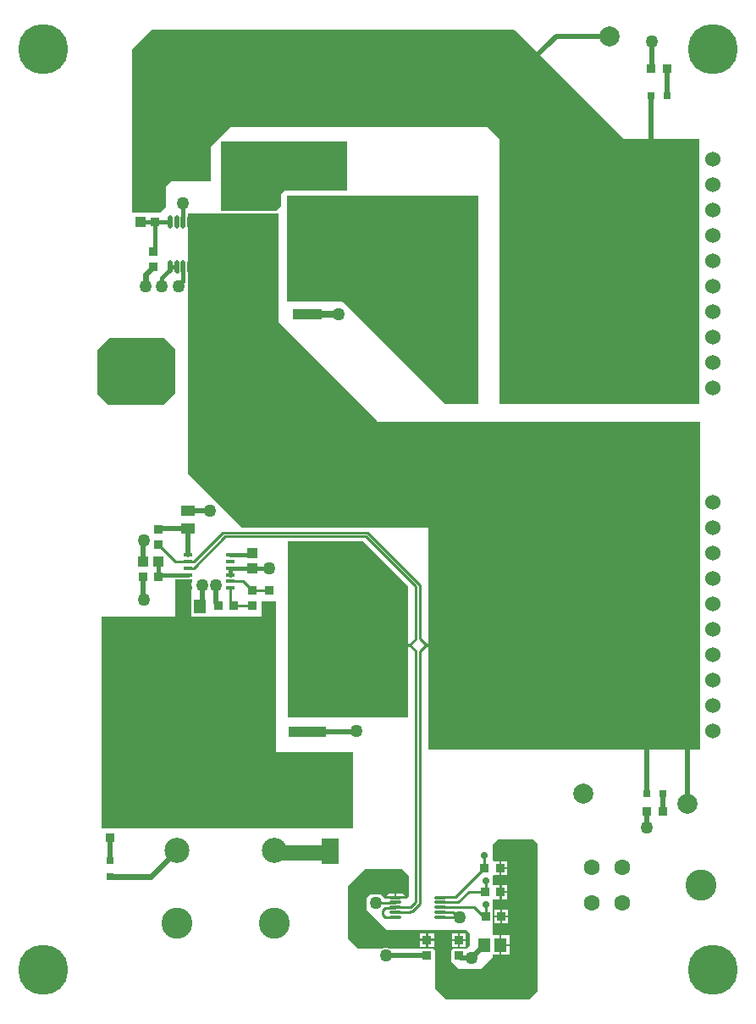
<source format=gtl>
G04*
G04 #@! TF.GenerationSoftware,Altium Limited,Altium Designer,18.1.11 (251)*
G04*
G04 Layer_Physical_Order=1*
G04 Layer_Color=255*
%FSLAX25Y25*%
%MOIN*%
G70*
G01*
G75*
%ADD11C,0.02362*%
%ADD12C,0.01000*%
%ADD17R,0.03543X0.03347*%
%ADD18R,0.04528X0.12795*%
%ADD19R,0.21654X0.16929*%
%ADD20R,0.03150X0.03150*%
%ADD21R,0.14961X0.04134*%
%ADD22R,0.35039X0.40748*%
%ADD23O,0.05315X0.01181*%
%ADD24R,0.03347X0.03543*%
%ADD25C,0.07874*%
%ADD26R,0.11811X0.03937*%
%ADD27R,0.25197X0.21850*%
%ADD28R,0.12402X0.09646*%
%ADD29R,0.06693X0.09843*%
%ADD30R,0.13386X0.07284*%
%ADD31O,0.01968X0.05315*%
%ADD32R,0.10039X0.09646*%
%ADD33R,0.05709X0.05118*%
%ADD34R,0.04134X0.03937*%
%ADD35R,0.03150X0.03150*%
%ADD36R,0.05118X0.05709*%
%ADD37O,0.03500X0.01654*%
%ADD38R,0.03937X0.04134*%
%ADD39R,0.05315X0.03937*%
%ADD71C,0.01772*%
%ADD72C,0.01575*%
%ADD73C,0.00600*%
%ADD74C,0.05906*%
%ADD75C,0.01968*%
%ADD76C,0.02756*%
%ADD77C,0.19685*%
%ADD78C,0.06000*%
%ADD79C,0.09843*%
%ADD80C,0.12205*%
%ADD81C,0.06299*%
%ADD82C,0.05000*%
%ADD83C,0.02756*%
G36*
X233957Y341535D02*
X233957Y322244D01*
X209350Y322244D01*
X207972Y320866D01*
X207972Y316339D01*
X206102Y314469D01*
X184252Y314469D01*
X184252Y341535D01*
X233957Y341535D01*
D02*
G37*
G36*
X285433Y238189D02*
X272441Y238189D01*
X231988Y278642D01*
X210335Y278642D01*
X210335Y320177D01*
X285433Y320177D01*
X285433Y238189D01*
D02*
G37*
G36*
X299606Y385827D02*
X342918Y342520D01*
X372441D01*
X372441Y238189D01*
X293900Y238189D01*
X293900Y342520D01*
X289176Y347244D01*
X187795D01*
X180315Y339764D01*
Y325984D01*
X164567D01*
X162598Y324016D01*
Y315945D01*
X160433Y313779D01*
X149213D01*
X149213Y377953D01*
X157087Y385827D01*
X299606Y385827D01*
D02*
G37*
G36*
X161909Y264173D02*
X166240Y259842D01*
X166240Y242618D01*
X161516Y237894D01*
X139764Y237894D01*
X135728Y241929D01*
X135728Y259744D01*
X140157Y264173D01*
X143799Y264173D01*
X161909Y264173D01*
D02*
G37*
G36*
X205913Y154732D02*
X205906Y154724D01*
X200394D01*
Y160630D01*
X205913D01*
Y154732D01*
D02*
G37*
G36*
X240157Y184252D02*
X257874Y166536D01*
X257874Y114961D01*
X210630Y114961D01*
X210630Y184252D01*
X240157Y184252D01*
D02*
G37*
G36*
X206890Y313287D02*
X206890Y270571D01*
X245965Y231496D01*
X372835Y231496D01*
X372835Y202362D01*
X372835Y202362D01*
X372835Y102362D01*
X265748Y102362D01*
X265748Y189764D01*
X192520Y189764D01*
X171260Y211024D01*
X171260Y313287D01*
X206890Y313287D01*
D02*
G37*
G36*
X172441Y169291D02*
X172441Y154724D01*
X205906D01*
X205906Y111024D01*
X205906Y99663D01*
Y101181D01*
X236221D01*
X236221Y101181D01*
Y71260D01*
X205906D01*
X137402Y71260D01*
X137401Y154724D01*
X166240D01*
X166240Y169291D01*
X172441Y169291D01*
D02*
G37*
G36*
X309055Y64961D02*
X309055Y21654D01*
X309055Y21654D01*
Y19931D01*
Y7480D01*
X305512Y3937D01*
X272835Y3937D01*
X268504Y8268D01*
Y23228D01*
X267717Y24016D01*
X262205Y24016D01*
X255118Y24016D01*
X250338D01*
X249935Y24183D01*
X249152Y24286D01*
X248369Y24183D01*
X247966Y24016D01*
X238189Y24016D01*
X234252Y27953D01*
Y48764D01*
X240812Y55324D01*
X255699Y55324D01*
X258268Y52756D01*
X258268Y44488D01*
X257356Y43576D01*
X257018Y43604D01*
X256895Y43769D01*
X252981D01*
X249152D01*
X248890Y43629D01*
X248425Y44094D01*
X247244Y45276D01*
X242913Y45276D01*
X241732Y44094D01*
X241732Y39370D01*
X249612Y31490D01*
X262583Y31480D01*
X262598Y31496D01*
X280709Y31496D01*
X282283Y29921D01*
X282283Y25306D01*
X280993Y24016D01*
X275590D01*
X274904Y23329D01*
X274904Y18873D01*
X277636Y16142D01*
X287008D01*
Y16202D01*
X291339Y20533D01*
Y21555D01*
X293841D01*
Y25409D01*
Y29264D01*
X291339D01*
X291339Y43209D01*
X291839Y43504D01*
X293990D01*
Y46276D01*
Y49047D01*
X291839D01*
X291717Y49047D01*
X291339Y49342D01*
Y52507D01*
X291839Y52953D01*
X293743D01*
Y55724D01*
Y58496D01*
X291469Y58496D01*
X291338Y58942D01*
Y64961D01*
X293307Y66929D01*
X307087Y66929D01*
X309055Y64961D01*
D02*
G37*
%LPC*%
G36*
X294543Y58496D02*
Y56124D01*
X296816D01*
Y58496D01*
X294543D01*
D02*
G37*
G36*
X296816Y55324D02*
X294543D01*
Y52953D01*
X296816D01*
Y55324D01*
D02*
G37*
G36*
X294790Y49047D02*
Y46676D01*
X297063D01*
Y49047D01*
X294790D01*
D02*
G37*
G36*
X255048Y45791D02*
X253381D01*
Y44569D01*
X256590D01*
X256546Y44790D01*
X256195Y45316D01*
X255669Y45668D01*
X255048Y45791D01*
D02*
G37*
G36*
X252581D02*
X250914D01*
X250294Y45668D01*
X249768Y45316D01*
X249416Y44790D01*
X249372Y44569D01*
X252581D01*
Y45791D01*
D02*
G37*
G36*
X297063Y45876D02*
X294790D01*
Y43504D01*
X297063D01*
Y45876D01*
D02*
G37*
G36*
X297194Y39386D02*
X294921D01*
Y37014D01*
X297194D01*
Y39386D01*
D02*
G37*
G36*
X294121D02*
X291847D01*
Y37014D01*
X294121D01*
Y39386D01*
D02*
G37*
G36*
X297194Y36214D02*
X294921D01*
Y33843D01*
X297194D01*
Y36214D01*
D02*
G37*
G36*
X294121D02*
X291847D01*
Y33843D01*
X294121D01*
Y36214D01*
D02*
G37*
G36*
X268126Y30134D02*
X265754D01*
Y27861D01*
X268126D01*
Y30134D01*
D02*
G37*
G36*
X264954D02*
X262583D01*
Y27861D01*
X264954D01*
Y30134D01*
D02*
G37*
G36*
X280620Y30051D02*
X278248D01*
Y27778D01*
X280620D01*
Y30051D01*
D02*
G37*
G36*
X277448D02*
X275077D01*
Y27778D01*
X277448D01*
Y30051D01*
D02*
G37*
G36*
X297800Y29264D02*
X294641D01*
Y25809D01*
X297800D01*
Y29264D01*
D02*
G37*
G36*
X268126Y27061D02*
X265754D01*
Y24787D01*
X268126D01*
Y27061D01*
D02*
G37*
G36*
X264954D02*
X262583D01*
Y24787D01*
X264954D01*
Y27061D01*
D02*
G37*
G36*
X280620Y26978D02*
X278248D01*
Y24705D01*
X280620D01*
Y26978D01*
D02*
G37*
G36*
X277448D02*
X275077D01*
Y24705D01*
X277448D01*
Y26978D01*
D02*
G37*
G36*
X297800Y25010D02*
X294641D01*
Y21555D01*
X297800D01*
Y25010D01*
D02*
G37*
%LPD*%
D11*
X156685Y52362D02*
X166929Y62606D01*
X140551Y52362D02*
X156685D01*
X140551D02*
X140551Y52362D01*
X154429Y289173D02*
X157579Y292323D01*
X154429Y284744D02*
Y289173D01*
D12*
X270501Y44291D02*
X276607D01*
X264961Y143307D02*
X273622D01*
X262561Y140908D02*
X264961Y143307D01*
X262561Y41611D02*
Y140908D01*
X264854Y143807D02*
X273122D01*
X262561Y146100D02*
X264854Y143807D01*
X262561Y146100D02*
Y167157D01*
X261061Y146100D02*
Y166535D01*
X258768Y143807D02*
X261061Y146100D01*
X250500Y143807D02*
X258768D01*
X259682Y38732D02*
X262561Y41611D01*
X259061Y38732D02*
X259682D01*
X258593Y38264D02*
X259061Y38732D01*
X252981Y38264D02*
X258593D01*
X258760Y143307D02*
X261061Y141006D01*
X259061Y40232D02*
X261061Y42232D01*
X250000Y143307D02*
X258760D01*
X261061Y42232D02*
Y141006D01*
X252981Y40232D02*
X259061D01*
X252891Y40142D02*
X252981Y40232D01*
X252891Y36386D02*
X252981Y36295D01*
X248948Y40142D02*
X252891D01*
X247835Y39028D02*
X248948Y40142D01*
X248850Y36386D02*
X252891D01*
X247835Y37402D02*
Y39028D01*
Y37402D02*
X248850Y36386D01*
X171232Y176279D02*
X173482D01*
X184923Y187721D01*
X171232Y173721D02*
X173482D01*
X185982Y186221D01*
X184923Y187721D02*
X241997D01*
X185982Y186221D02*
X241376D01*
X241997Y187721D02*
X262561Y167157D01*
X241376Y186221D02*
X261061Y166535D01*
X273122Y143807D02*
X273622Y143307D01*
X250000D02*
X250500Y143807D01*
X166240Y176279D02*
X171232D01*
X159646Y182874D02*
X166240Y176279D01*
X193012Y168602D02*
X196457Y165157D01*
X187823Y168602D02*
X193012D01*
X196457Y165157D02*
X203150D01*
X189370Y159055D02*
X196457D01*
X187823Y160602D02*
X189370Y159055D01*
X187823Y160602D02*
Y166043D01*
X288418Y36614D02*
Y41339D01*
X245276Y42126D02*
X252843D01*
X276607Y44291D02*
X288040Y55724D01*
X288418Y46406D02*
Y50787D01*
X288040Y55724D02*
Y60630D01*
X288287Y46276D02*
X288418Y46406D01*
X270501Y40232D02*
X283999D01*
X270501Y36295D02*
X277559D01*
X275590Y38264D02*
X277559Y36295D01*
X270501Y38264D02*
X275590D01*
X270501Y42201D02*
X277706D01*
Y42232D02*
X277737D01*
X281781Y46276D01*
X287647D01*
X283999Y40232D02*
X287798Y36433D01*
D17*
X158268Y316043D02*
D03*
Y309941D02*
D03*
X159646Y182874D02*
D03*
Y188976D02*
D03*
X157579Y298425D02*
D03*
Y292323D02*
D03*
X277848Y21276D02*
D03*
Y27378D02*
D03*
X265354Y21358D02*
D03*
Y27461D02*
D03*
X196457Y165157D02*
D03*
Y159055D02*
D03*
X203150D02*
D03*
Y165157D02*
D03*
X140650Y67520D02*
D03*
Y73622D02*
D03*
D18*
X250000Y143307D02*
D03*
X273622D02*
D03*
D19*
X270177Y277756D02*
D03*
X310138D02*
D03*
D20*
X358268Y85039D02*
D03*
X351969D02*
D03*
X353445Y359547D02*
D03*
X359744D02*
D03*
D21*
X218110Y109291D02*
D03*
Y129291D02*
D03*
D22*
X178740Y119291D02*
D03*
D23*
X252981Y36295D02*
D03*
Y38264D02*
D03*
X270501Y36295D02*
D03*
Y38264D02*
D03*
Y40232D02*
D03*
Y42201D02*
D03*
Y44169D02*
D03*
X252981Y40232D02*
D03*
Y42201D02*
D03*
Y44169D02*
D03*
D24*
X189370Y159055D02*
D03*
X183268D02*
D03*
X153543Y170472D02*
D03*
X159646D02*
D03*
X288040Y55724D02*
D03*
X294143D02*
D03*
X288287Y46276D02*
D03*
X294390D02*
D03*
X288418Y36614D02*
D03*
X294521D02*
D03*
X352067Y77953D02*
D03*
X358169D02*
D03*
X353740Y370177D02*
D03*
X359842D02*
D03*
D25*
X337402Y383071D02*
D03*
X367764Y81102D02*
D03*
X326772Y85039D02*
D03*
D26*
X218406Y273563D02*
D03*
Y291595D02*
D03*
D27*
X193012Y282579D02*
D03*
D28*
X219685Y304724D02*
D03*
Y327165D02*
D03*
D29*
X227165Y77953D02*
D03*
Y62205D02*
D03*
D30*
X157973Y250886D02*
D03*
X179823D02*
D03*
D31*
X171949Y309941D02*
D03*
X169390D02*
D03*
X166831D02*
D03*
X164272D02*
D03*
X171949Y292421D02*
D03*
X169390D02*
D03*
X166831D02*
D03*
X164272D02*
D03*
D32*
X198917Y331791D02*
D03*
X175098D02*
D03*
D33*
X193996Y310728D02*
D03*
Y317028D02*
D03*
D34*
X159547Y176378D02*
D03*
X153642D02*
D03*
D35*
X140551Y58661D02*
D03*
Y52362D02*
D03*
D36*
X175975Y158554D02*
D03*
X169676D02*
D03*
X294241Y25409D02*
D03*
X287942D02*
D03*
D37*
X187823Y166043D02*
D03*
Y168602D02*
D03*
Y171161D02*
D03*
Y173721D02*
D03*
Y176279D02*
D03*
Y178839D02*
D03*
X171232Y166043D02*
D03*
Y168602D02*
D03*
Y171161D02*
D03*
Y173721D02*
D03*
Y176279D02*
D03*
Y178839D02*
D03*
D38*
X196457Y179725D02*
D03*
Y173819D02*
D03*
X152657Y315846D02*
D03*
Y309941D02*
D03*
D39*
X171232Y189370D02*
D03*
Y196457D02*
D03*
D71*
X159941Y171161D02*
X171232D01*
X187823Y178839D02*
X195571D01*
X202957Y173819D02*
X203154Y173622D01*
X196457Y173819D02*
X202957D01*
X159646Y169587D02*
Y176378D01*
X187823Y171161D02*
Y173721D01*
X196358D01*
D72*
X164272Y292421D02*
X166831D01*
X164272Y291339D02*
Y292421D01*
X160925Y287992D02*
X164272Y291339D01*
X160925Y284744D02*
Y287992D01*
X166831Y290650D02*
Y292421D01*
X169390Y309941D02*
Y317421D01*
X157579Y298425D02*
X158268Y299114D01*
Y309941D01*
X152657D02*
X158268D01*
X164272D01*
X167618Y284744D02*
X169390Y286516D01*
Y292421D01*
D73*
X252843Y42126D02*
X252950Y42232D01*
X283005Y20472D02*
X283465Y20932D01*
X282677Y20472D02*
X283005D01*
X277848Y21276D02*
X278651Y20472D01*
X265272Y21276D02*
X265354Y21358D01*
X277636Y27165D02*
X277848Y27378D01*
X293749Y55331D02*
X294143Y55724D01*
X277634Y36220D02*
X278346D01*
X277559Y36295D02*
X277634Y36220D01*
X252950Y42232D02*
X252981Y42201D01*
D74*
X205913Y61811D02*
X227165D01*
X205118Y62606D02*
X205913Y61811D01*
D75*
X316142Y383071D02*
X337402D01*
X302953Y369882D02*
X316142Y383071D01*
X352067Y71752D02*
Y77953D01*
X358169Y79921D02*
X358268Y79823D01*
X358169Y79921D02*
Y85039D01*
X351969Y85039D02*
Y105118D01*
X249152Y21260D02*
X265256D01*
X265272Y21276D01*
X367717Y334653D02*
X367764Y334606D01*
X195571Y178839D02*
X196457Y179725D01*
X171232Y178878D02*
Y189370D01*
X176772Y159350D02*
Y166929D01*
X175975Y158554D02*
X176772Y159350D01*
X160039Y189370D02*
X171232D01*
Y196457D02*
X179921D01*
X159646Y188976D02*
X160039Y189370D01*
X153740Y184449D02*
X153937Y184646D01*
X153740Y176378D02*
Y184449D01*
X153543Y161811D02*
X153937Y161417D01*
X153543Y161811D02*
Y169587D01*
X196358Y173721D02*
X196457Y173819D01*
X182283Y160039D02*
X183268Y159055D01*
X182283Y160039D02*
Y166929D01*
X237264Y109291D02*
X237500Y109528D01*
X218110Y109291D02*
X237264D01*
X353445Y338681D02*
Y359547D01*
X359744D02*
X359842Y359646D01*
Y370177D01*
X353740D02*
X353839Y370276D01*
Y381102D01*
X140551Y58661D02*
Y67028D01*
X367764Y81102D02*
Y109528D01*
X278651Y20472D02*
X282677D01*
X283465Y20932D02*
X287942Y25409D01*
D76*
X230669Y273563D02*
X230709Y273524D01*
X218406Y273563D02*
X230669D01*
D77*
X377953Y15748D02*
D03*
X114173D02*
D03*
Y377953D02*
D03*
X377953D02*
D03*
D78*
X367764Y244606D02*
D03*
Y284606D02*
D03*
Y254606D02*
D03*
Y264606D02*
D03*
Y274606D02*
D03*
Y294606D02*
D03*
Y304606D02*
D03*
Y314606D02*
D03*
Y324606D02*
D03*
Y334606D02*
D03*
X377764D02*
D03*
Y324606D02*
D03*
Y314606D02*
D03*
Y304606D02*
D03*
Y284606D02*
D03*
Y294606D02*
D03*
Y274606D02*
D03*
Y254606D02*
D03*
Y264606D02*
D03*
Y244606D02*
D03*
X367764Y109528D02*
D03*
Y149528D02*
D03*
Y119528D02*
D03*
Y129528D02*
D03*
Y139528D02*
D03*
Y159528D02*
D03*
Y169528D02*
D03*
Y179528D02*
D03*
Y189528D02*
D03*
Y199528D02*
D03*
X377764D02*
D03*
Y189528D02*
D03*
Y179528D02*
D03*
Y169528D02*
D03*
Y149528D02*
D03*
Y159528D02*
D03*
Y139528D02*
D03*
Y119528D02*
D03*
Y129528D02*
D03*
Y109528D02*
D03*
D79*
X205118Y84260D02*
D03*
Y62606D02*
D03*
X166929Y84260D02*
D03*
Y62606D02*
D03*
D80*
X205118Y33866D02*
D03*
X166929D02*
D03*
X373243Y49047D02*
D03*
D81*
X330290Y42158D02*
D03*
Y55937D02*
D03*
X342101D02*
D03*
Y42158D02*
D03*
D82*
X249152Y21260D02*
D03*
X176772Y166929D02*
D03*
X153937Y161417D02*
D03*
X203154Y173622D02*
D03*
X352067Y71752D02*
D03*
X237500Y109528D02*
D03*
X146653Y247539D02*
D03*
Y254528D02*
D03*
X140847Y242815D02*
D03*
Y259547D02*
D03*
X154429Y284744D02*
D03*
X160925D02*
D03*
X169390Y317421D02*
D03*
X186909Y338287D02*
D03*
X187008Y317717D02*
D03*
X208071Y333563D02*
D03*
X230709D02*
D03*
X226673Y338779D02*
D03*
X211713D02*
D03*
X202264Y317717D02*
D03*
X353839Y381102D02*
D03*
X230709Y273524D02*
D03*
X167618Y284744D02*
D03*
X179921Y196457D02*
D03*
X153937Y184646D02*
D03*
X182283Y166929D02*
D03*
X283005Y20472D02*
D03*
X245276Y42126D02*
D03*
X343701Y241732D02*
D03*
X278346Y36220D02*
D03*
D83*
X288418Y41339D02*
D03*
Y50787D02*
D03*
X288040Y60630D02*
D03*
M02*

</source>
